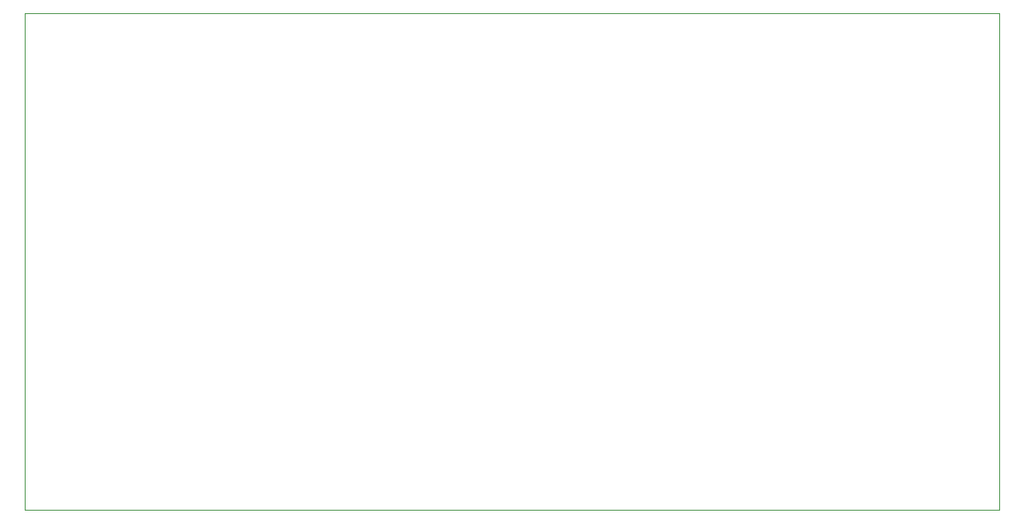
<source format=gbr>
%TF.GenerationSoftware,KiCad,Pcbnew,8.0.5-8.0.5-0~ubuntu24.04.1*%
%TF.CreationDate,2024-10-01T16:14:09+02:00*%
%TF.ProjectId,TFG-Brushless-ESC,5446472d-4272-4757-9368-6c6573732d45,rev?*%
%TF.SameCoordinates,Original*%
%TF.FileFunction,Profile,NP*%
%FSLAX46Y46*%
G04 Gerber Fmt 4.6, Leading zero omitted, Abs format (unit mm)*
G04 Created by KiCad (PCBNEW 8.0.5-8.0.5-0~ubuntu24.04.1) date 2024-10-01 16:14:09*
%MOMM*%
%LPD*%
G01*
G04 APERTURE LIST*
%TA.AperFunction,Profile*%
%ADD10C,0.100000*%
%TD*%
G04 APERTURE END LIST*
D10*
X44276000Y-115528000D02*
X144276000Y-115528000D01*
X144276000Y-166528000D01*
X44276000Y-166528000D01*
X44276000Y-115528000D01*
M02*

</source>
